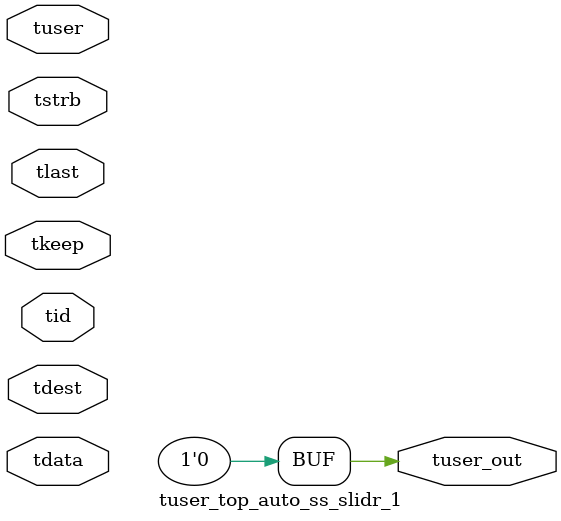
<source format=v>


`timescale 1ps/1ps

module tuser_top_auto_ss_slidr_1 #
(
parameter C_S_AXIS_TUSER_WIDTH = 1,
parameter C_S_AXIS_TDATA_WIDTH = 32,
parameter C_S_AXIS_TID_WIDTH   = 0,
parameter C_S_AXIS_TDEST_WIDTH = 0,
parameter C_M_AXIS_TUSER_WIDTH = 1
)
(
input  [(C_S_AXIS_TUSER_WIDTH == 0 ? 1 : C_S_AXIS_TUSER_WIDTH)-1:0     ] tuser,
input  [(C_S_AXIS_TDATA_WIDTH == 0 ? 1 : C_S_AXIS_TDATA_WIDTH)-1:0     ] tdata,
input  [(C_S_AXIS_TID_WIDTH   == 0 ? 1 : C_S_AXIS_TID_WIDTH)-1:0       ] tid,
input  [(C_S_AXIS_TDEST_WIDTH == 0 ? 1 : C_S_AXIS_TDEST_WIDTH)-1:0     ] tdest,
input  [(C_S_AXIS_TDATA_WIDTH/8)-1:0 ] tkeep,
input  [(C_S_AXIS_TDATA_WIDTH/8)-1:0 ] tstrb,
input                                                                    tlast,
output [C_M_AXIS_TUSER_WIDTH-1:0] tuser_out
);

assign tuser_out = {1'b0};

endmodule


</source>
